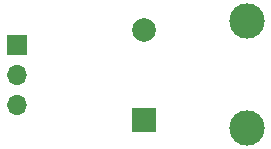
<source format=gbr>
%TF.GenerationSoftware,KiCad,Pcbnew,5.1.5-52549c5~86~ubuntu16.04.1*%
%TF.CreationDate,2020-11-10T00:01:26+05:30*%
%TF.ProjectId,Buzzer Module V1.0,42757a7a-6572-4204-9d6f-64756c652056,V1.0*%
%TF.SameCoordinates,Original*%
%TF.FileFunction,Soldermask,Top*%
%TF.FilePolarity,Negative*%
%FSLAX46Y46*%
G04 Gerber Fmt 4.6, Leading zero omitted, Abs format (unit mm)*
G04 Created by KiCad (PCBNEW 5.1.5-52549c5~86~ubuntu16.04.1) date 2020-11-10 00:01:26*
%MOMM*%
%LPD*%
G04 APERTURE LIST*
%ADD10C,3.000000*%
%ADD11O,1.700000X1.700000*%
%ADD12R,1.700000X1.700000*%
%ADD13C,2.000000*%
%ADD14R,2.000000X2.000000*%
G04 APERTURE END LIST*
D10*
%TO.C,H2*%
X137000000Y-118000000D03*
%TD*%
%TO.C,H1*%
X137000000Y-127000000D03*
%TD*%
D11*
%TO.C,J1*%
X117475000Y-125040000D03*
X117475000Y-122500000D03*
D12*
X117475000Y-119960000D03*
%TD*%
D13*
%TO.C,BZ1*%
X128270000Y-118765000D03*
D14*
X128270000Y-126365000D03*
%TD*%
M02*

</source>
